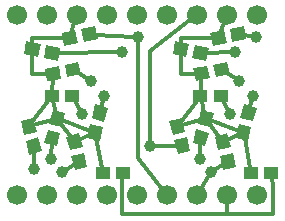
<source format=gtl>
G04 MADE WITH FRITZING*
G04 WWW.FRITZING.ORG*
G04 DOUBLE SIDED*
G04 HOLES PLATED*
G04 CONTOUR ON CENTER OF CONTOUR VECTOR*
%ASAXBY*%
%FSLAX23Y23*%
%MOIN*%
%OFA0B0*%
%SFA1.0B1.0*%
%ADD10C,0.039370*%
%ADD11C,0.066929*%
%ADD12R,0.047244X0.043307*%
%ADD13C,0.012000*%
%LNCOPPER1*%
G90*
G70*
G54D10*
X540Y280D03*
X151Y203D03*
X704Y237D03*
X209Y237D03*
X247Y193D03*
X742Y193D03*
X806Y387D03*
X312Y387D03*
G54D11*
X95Y117D03*
X195Y117D03*
X295Y117D03*
X395Y117D03*
X495Y117D03*
X595Y117D03*
X695Y117D03*
X795Y117D03*
X895Y117D03*
X895Y718D03*
X795Y718D03*
X695Y718D03*
X595Y718D03*
X495Y718D03*
X395Y718D03*
X295Y718D03*
X195Y718D03*
X95Y718D03*
G54D10*
X387Y448D03*
X882Y448D03*
X342Y496D03*
X837Y496D03*
X446Y593D03*
X822Y593D03*
X499Y643D03*
X891Y643D03*
G54D12*
X876Y192D03*
X943Y192D03*
X707Y447D03*
X774Y447D03*
X381Y191D03*
X448Y191D03*
X212Y447D03*
X279Y447D03*
G54D13*
X277Y658D02*
X286Y690D01*
D02*
X253Y640D02*
X146Y640D01*
D02*
X146Y640D02*
X146Y620D01*
D02*
X146Y522D02*
X197Y522D01*
D02*
X146Y587D02*
X146Y522D01*
D02*
X215Y505D02*
X213Y463D01*
D02*
X216Y431D02*
X225Y392D01*
D02*
X200Y431D02*
X147Y362D01*
D02*
X242Y355D02*
X275Y310D01*
D02*
X245Y367D02*
X340Y331D01*
D02*
X359Y306D02*
X378Y207D01*
D02*
X641Y641D02*
X641Y621D01*
D02*
X748Y641D02*
X641Y641D01*
D02*
X641Y588D02*
X641Y522D01*
D02*
X641Y522D02*
X692Y522D01*
D02*
X710Y506D02*
X708Y463D01*
D02*
X695Y431D02*
X643Y362D01*
D02*
X711Y431D02*
X720Y392D01*
D02*
X737Y356D02*
X770Y311D01*
D02*
X740Y367D02*
X835Y331D01*
D02*
X854Y306D02*
X873Y208D01*
D02*
X553Y280D02*
X630Y281D01*
D02*
X151Y217D02*
X151Y262D01*
D02*
X705Y250D02*
X707Y289D01*
D02*
X212Y289D02*
X210Y250D01*
D02*
X289Y220D02*
X258Y200D01*
D02*
X784Y221D02*
X753Y201D01*
D02*
X773Y658D02*
X784Y690D01*
D02*
X540Y294D02*
X539Y598D01*
D02*
X539Y598D02*
X675Y703D01*
D02*
X732Y177D02*
X711Y143D01*
D02*
X306Y399D02*
X288Y431D01*
D02*
X800Y399D02*
X783Y431D01*
D02*
X877Y429D02*
X872Y408D01*
D02*
X382Y429D02*
X377Y408D01*
D02*
X326Y507D02*
X301Y523D01*
D02*
X821Y507D02*
X796Y523D01*
D02*
X432Y593D02*
X230Y591D01*
D02*
X809Y593D02*
X725Y592D01*
D02*
X356Y652D02*
X486Y644D01*
D02*
X851Y650D02*
X872Y646D01*
D02*
X500Y241D02*
X580Y137D01*
D02*
X499Y629D02*
X500Y241D01*
D02*
X795Y54D02*
X446Y54D01*
D02*
X446Y54D02*
X446Y146D01*
D02*
X446Y146D02*
X447Y175D01*
D02*
X795Y92D02*
X795Y54D01*
D02*
X795Y54D02*
X948Y54D01*
D02*
X948Y145D02*
X944Y176D01*
D02*
X948Y54D02*
X948Y145D01*
D02*
X795Y92D02*
X795Y54D01*
D02*
X337Y317D02*
X302Y301D01*
D02*
X832Y317D02*
X797Y302D01*
D02*
X212Y367D02*
X150Y350D01*
D02*
X707Y368D02*
X646Y350D01*
G36*
X809Y277D02*
X767Y267D01*
X755Y312D01*
X797Y323D01*
X809Y277D01*
G37*
D02*
G36*
X825Y212D02*
X783Y202D01*
X772Y248D01*
X814Y258D01*
X825Y212D01*
G37*
D02*
G36*
X669Y621D02*
X660Y578D01*
X614Y588D01*
X622Y630D01*
X669Y621D01*
G37*
D02*
G36*
X734Y608D02*
X726Y565D01*
X679Y575D01*
X688Y617D01*
X734Y608D01*
G37*
D02*
G36*
X730Y548D02*
X738Y506D01*
X692Y496D01*
X683Y539D01*
X730Y548D01*
G37*
D02*
G36*
X795Y562D02*
X804Y519D01*
X758Y510D01*
X749Y552D01*
X795Y562D01*
G37*
D02*
G36*
X740Y344D02*
X698Y355D01*
X709Y401D01*
X751Y390D01*
X740Y344D01*
G37*
D02*
G36*
X723Y279D02*
X681Y290D01*
X693Y336D01*
X735Y325D01*
X723Y279D01*
G37*
D02*
G36*
X657Y328D02*
X615Y318D01*
X603Y364D01*
X645Y374D01*
X657Y328D01*
G37*
D02*
G36*
X673Y263D02*
X631Y253D01*
X620Y299D01*
X662Y309D01*
X673Y263D01*
G37*
D02*
G36*
X835Y354D02*
X877Y343D01*
X866Y298D01*
X824Y308D01*
X835Y354D01*
G37*
D02*
G36*
X852Y419D02*
X894Y408D01*
X882Y363D01*
X840Y373D01*
X852Y419D01*
G37*
D02*
G36*
X785Y666D02*
X794Y624D01*
X748Y615D01*
X739Y657D01*
X785Y666D01*
G37*
D02*
G36*
X851Y680D02*
X860Y637D01*
X813Y628D01*
X805Y670D01*
X851Y680D01*
G37*
D02*
G36*
X340Y354D02*
X382Y343D01*
X371Y297D01*
X329Y308D01*
X340Y354D01*
G37*
D02*
G36*
X357Y419D02*
X399Y408D01*
X387Y362D01*
X345Y373D01*
X357Y419D01*
G37*
D02*
G36*
X162Y328D02*
X120Y317D01*
X108Y363D01*
X150Y374D01*
X162Y328D01*
G37*
D02*
G36*
X178Y263D02*
X136Y252D01*
X124Y298D01*
X166Y309D01*
X178Y263D01*
G37*
D02*
G36*
X245Y344D02*
X203Y355D01*
X214Y400D01*
X256Y390D01*
X245Y344D01*
G37*
D02*
G36*
X228Y279D02*
X186Y290D01*
X198Y335D01*
X240Y325D01*
X228Y279D01*
G37*
D02*
G36*
X314Y277D02*
X272Y266D01*
X260Y312D01*
X302Y323D01*
X314Y277D01*
G37*
D02*
G36*
X330Y212D02*
X288Y201D01*
X277Y247D01*
X319Y258D01*
X330Y212D01*
G37*
D02*
G36*
X290Y666D02*
X299Y624D01*
X253Y614D01*
X244Y657D01*
X290Y666D01*
G37*
D02*
G36*
X356Y679D02*
X364Y637D01*
X318Y627D01*
X310Y670D01*
X356Y679D01*
G37*
D02*
G36*
X174Y620D02*
X165Y578D01*
X119Y587D01*
X127Y630D01*
X174Y620D01*
G37*
D02*
G36*
X239Y607D02*
X231Y565D01*
X184Y574D01*
X193Y617D01*
X239Y607D01*
G37*
D02*
G36*
X235Y548D02*
X243Y505D01*
X197Y496D01*
X188Y538D01*
X235Y548D01*
G37*
D02*
G36*
X300Y561D02*
X309Y519D01*
X263Y509D01*
X254Y552D01*
X300Y561D01*
G37*
D02*
G04 End of Copper1*
M02*
</source>
